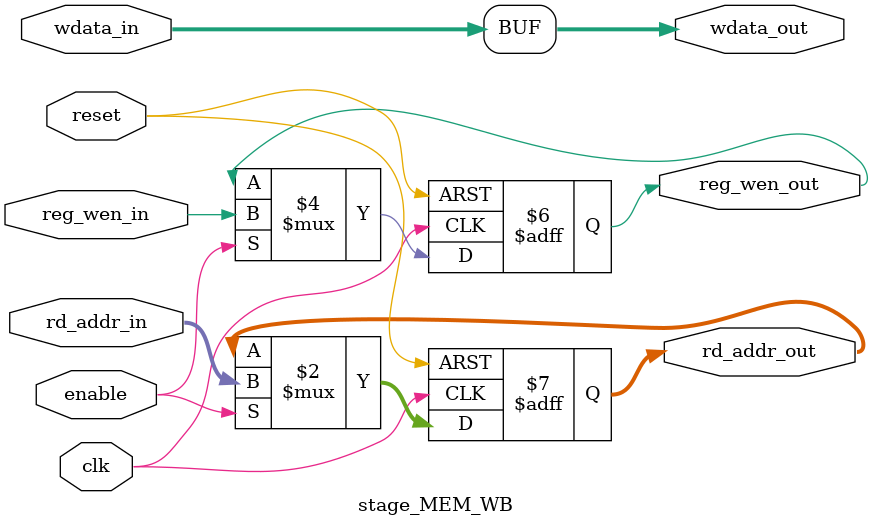
<source format=v>
module stage_MEM_WB #(
    parameter DATA_WIDTH     = 32,
    parameter REG_ADDR_WIDTH = 4
)(
    input  wire                      clk,
    input  wire                      reset,
    input  wire                      enable,

    input  wire                      reg_wen_in,
    input  wire [REG_ADDR_WIDTH-1:0] rd_addr_in,
    input  wire [DATA_WIDTH-1:0]     wdata_in,

    output reg                       reg_wen_out,
    output reg  [REG_ADDR_WIDTH-1:0] rd_addr_out,
    output  [DATA_WIDTH-1:0]     wdata_out
);

	assign wdata_out = wdata_in;
    always @(posedge clk or posedge reset) begin
        if (reset) begin
            reg_wen_out <= 1'b0;
            rd_addr_out <= {REG_ADDR_WIDTH{1'b0}};
            //wdata_out   <= {DATA_WIDTH{1'b0}};
        end else if (enable) begin
            reg_wen_out <= reg_wen_in;
            rd_addr_out <= rd_addr_in;
            //wdata_out   <= wdata_in;
        end
    end

endmodule

</source>
